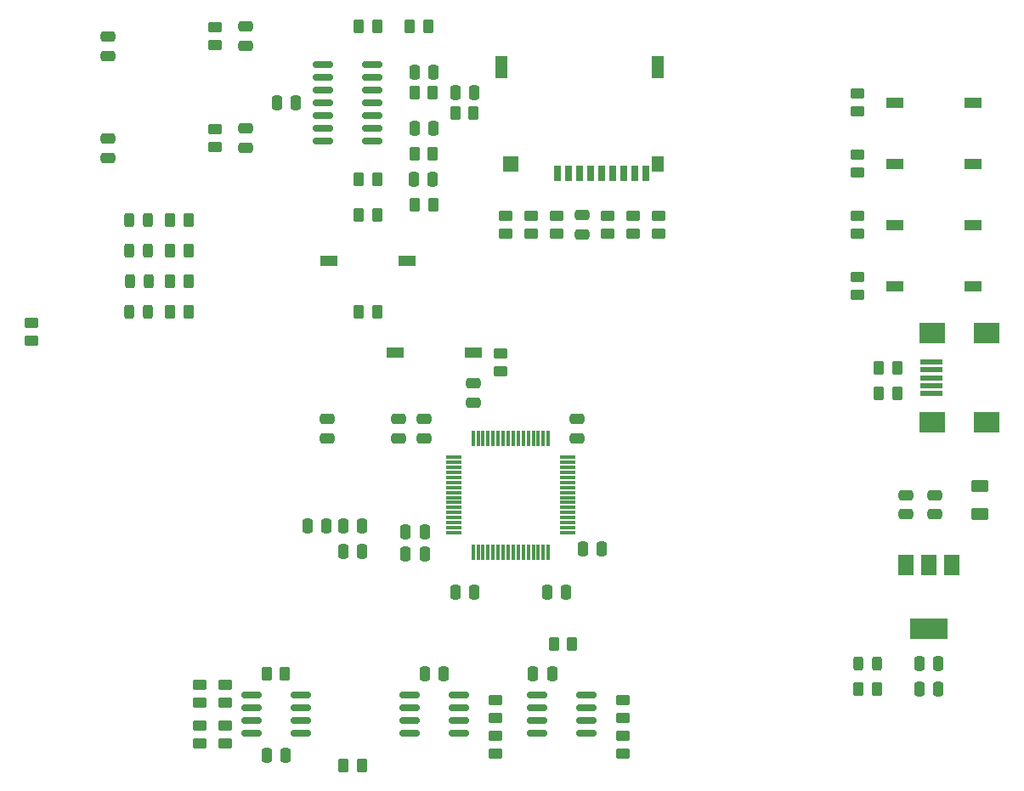
<source format=gbr>
%TF.GenerationSoftware,KiCad,Pcbnew,(6.0.7)*%
%TF.CreationDate,2022-10-04T16:49:08-03:00*%
%TF.ProjectId,Placa_Desenvolvimento_NuttX,506c6163-615f-4446-9573-656e766f6c76,rev?*%
%TF.SameCoordinates,Original*%
%TF.FileFunction,Paste,Top*%
%TF.FilePolarity,Positive*%
%FSLAX46Y46*%
G04 Gerber Fmt 4.6, Leading zero omitted, Abs format (unit mm)*
G04 Created by KiCad (PCBNEW (6.0.7)) date 2022-10-04 16:49:08*
%MOMM*%
%LPD*%
G01*
G04 APERTURE LIST*
G04 Aperture macros list*
%AMRoundRect*
0 Rectangle with rounded corners*
0 $1 Rounding radius*
0 $2 $3 $4 $5 $6 $7 $8 $9 X,Y pos of 4 corners*
0 Add a 4 corners polygon primitive as box body*
4,1,4,$2,$3,$4,$5,$6,$7,$8,$9,$2,$3,0*
0 Add four circle primitives for the rounded corners*
1,1,$1+$1,$2,$3*
1,1,$1+$1,$4,$5*
1,1,$1+$1,$6,$7*
1,1,$1+$1,$8,$9*
0 Add four rect primitives between the rounded corners*
20,1,$1+$1,$2,$3,$4,$5,0*
20,1,$1+$1,$4,$5,$6,$7,0*
20,1,$1+$1,$6,$7,$8,$9,0*
20,1,$1+$1,$8,$9,$2,$3,0*%
G04 Aperture macros list end*
%ADD10RoundRect,0.250000X0.475000X-0.250000X0.475000X0.250000X-0.475000X0.250000X-0.475000X-0.250000X0*%
%ADD11RoundRect,0.250000X0.262500X0.450000X-0.262500X0.450000X-0.262500X-0.450000X0.262500X-0.450000X0*%
%ADD12RoundRect,0.250000X-0.450000X0.262500X-0.450000X-0.262500X0.450000X-0.262500X0.450000X0.262500X0*%
%ADD13R,1.750000X1.000000*%
%ADD14RoundRect,0.250000X0.450000X-0.262500X0.450000X0.262500X-0.450000X0.262500X-0.450000X-0.262500X0*%
%ADD15RoundRect,0.250000X-0.250000X-0.475000X0.250000X-0.475000X0.250000X0.475000X-0.250000X0.475000X0*%
%ADD16RoundRect,0.150000X0.825000X0.150000X-0.825000X0.150000X-0.825000X-0.150000X0.825000X-0.150000X0*%
%ADD17RoundRect,0.250000X0.250000X0.475000X-0.250000X0.475000X-0.250000X-0.475000X0.250000X-0.475000X0*%
%ADD18R,1.500000X2.000000*%
%ADD19R,3.800000X2.000000*%
%ADD20RoundRect,0.250000X-0.262500X-0.450000X0.262500X-0.450000X0.262500X0.450000X-0.262500X0.450000X0*%
%ADD21RoundRect,0.250000X-0.475000X0.250000X-0.475000X-0.250000X0.475000X-0.250000X0.475000X0.250000X0*%
%ADD22RoundRect,0.243750X-0.243750X-0.456250X0.243750X-0.456250X0.243750X0.456250X-0.243750X0.456250X0*%
%ADD23RoundRect,0.150000X-0.825000X-0.150000X0.825000X-0.150000X0.825000X0.150000X-0.825000X0.150000X0*%
%ADD24R,2.250000X0.500000*%
%ADD25R,2.500000X2.000000*%
%ADD26RoundRect,0.243750X0.243750X0.456250X-0.243750X0.456250X-0.243750X-0.456250X0.243750X-0.456250X0*%
%ADD27RoundRect,0.075000X-0.700000X-0.075000X0.700000X-0.075000X0.700000X0.075000X-0.700000X0.075000X0*%
%ADD28RoundRect,0.075000X-0.075000X-0.700000X0.075000X-0.700000X0.075000X0.700000X-0.075000X0.700000X0*%
%ADD29RoundRect,0.250000X-0.625000X0.375000X-0.625000X-0.375000X0.625000X-0.375000X0.625000X0.375000X0*%
%ADD30R,0.700000X1.600000*%
%ADD31R,1.200000X1.500000*%
%ADD32R,1.200000X2.200000*%
%ADD33R,1.600000X1.500000*%
G04 APERTURE END LIST*
D10*
%TO.C,C4*%
X157480000Y-107630000D03*
X157480000Y-105730000D03*
%TD*%
D11*
%TO.C,R15*%
X118788500Y-94996000D03*
X116963500Y-94996000D03*
%TD*%
D12*
%TO.C,R21*%
X149352000Y-133707500D03*
X149352000Y-135532500D03*
%TD*%
D13*
%TO.C,SW5*%
X196915000Y-80264000D03*
X189165000Y-80264000D03*
%TD*%
D14*
%TO.C,R20*%
X149352000Y-139088500D03*
X149352000Y-137263500D03*
%TD*%
D15*
%TO.C,C29*%
X145354000Y-73152000D03*
X147254000Y-73152000D03*
%TD*%
D12*
%TO.C,R9*%
X163068000Y-85447500D03*
X163068000Y-87272500D03*
%TD*%
D11*
%TO.C,R33*%
X136040500Y-140208000D03*
X134215500Y-140208000D03*
%TD*%
D16*
%TO.C,U6*%
X158431000Y-137033000D03*
X158431000Y-135763000D03*
X158431000Y-134493000D03*
X158431000Y-133223000D03*
X153481000Y-133223000D03*
X153481000Y-134493000D03*
X153481000Y-135763000D03*
X153481000Y-137033000D03*
%TD*%
D14*
%TO.C,R19*%
X185420000Y-75080500D03*
X185420000Y-73255500D03*
%TD*%
D17*
%TO.C,C2*%
X147254000Y-122936000D03*
X145354000Y-122936000D03*
%TD*%
D15*
%TO.C,C30*%
X141290000Y-71120000D03*
X143190000Y-71120000D03*
%TD*%
D11*
%TO.C,R11*%
X187348500Y-132588000D03*
X185523500Y-132588000D03*
%TD*%
D12*
%TO.C,R8*%
X160528000Y-85447500D03*
X160528000Y-87272500D03*
%TD*%
D17*
%TO.C,C25*%
X143115000Y-81788000D03*
X141215000Y-81788000D03*
%TD*%
D12*
%TO.C,R32*%
X122428000Y-132183500D03*
X122428000Y-134008500D03*
%TD*%
D17*
%TO.C,C12*%
X142301000Y-116967000D03*
X140401000Y-116967000D03*
%TD*%
D18*
%TO.C,U1*%
X194832000Y-120294000D03*
X192532000Y-120294000D03*
D19*
X192532000Y-126594000D03*
D18*
X190232000Y-120294000D03*
%TD*%
D17*
%TO.C,C15*%
X136078000Y-116332000D03*
X134178000Y-116332000D03*
%TD*%
D12*
%TO.C,R24*%
X121412000Y-76811500D03*
X121412000Y-78636500D03*
%TD*%
D17*
%TO.C,C13*%
X142301000Y-119126000D03*
X140401000Y-119126000D03*
%TD*%
D14*
%TO.C,R17*%
X185420000Y-87272500D03*
X185420000Y-85447500D03*
%TD*%
%TO.C,R34*%
X119888000Y-134008500D03*
X119888000Y-132183500D03*
%TD*%
D13*
%TO.C,SW4*%
X196915000Y-86360000D03*
X189165000Y-86360000D03*
%TD*%
D17*
%TO.C,C24*%
X155001000Y-131064000D03*
X153101000Y-131064000D03*
%TD*%
D11*
%TO.C,R13*%
X118768500Y-88900000D03*
X116943500Y-88900000D03*
%TD*%
D10*
%TO.C,C6*%
X193101000Y-115192000D03*
X193101000Y-113292000D03*
%TD*%
D15*
%TO.C,C26*%
X141290000Y-76708000D03*
X143190000Y-76708000D03*
%TD*%
D20*
%TO.C,R31*%
X135739500Y-85344000D03*
X137564500Y-85344000D03*
%TD*%
D10*
%TO.C,C18*%
X132588000Y-107630000D03*
X132588000Y-105730000D03*
%TD*%
D14*
%TO.C,R25*%
X162052000Y-139088500D03*
X162052000Y-137263500D03*
%TD*%
D11*
%TO.C,R3*%
X189380500Y-100650000D03*
X187555500Y-100650000D03*
%TD*%
%TO.C,R28*%
X137564500Y-81788000D03*
X135739500Y-81788000D03*
%TD*%
D15*
%TO.C,C9*%
X191582000Y-132588000D03*
X193482000Y-132588000D03*
%TD*%
D12*
%TO.C,R26*%
X162052000Y-133707500D03*
X162052000Y-135532500D03*
%TD*%
D13*
%TO.C,SW2*%
X140527000Y-89916000D03*
X132777000Y-89916000D03*
%TD*%
D12*
%TO.C,R7*%
X152908000Y-85447500D03*
X152908000Y-87272500D03*
%TD*%
D10*
%TO.C,C5*%
X147126000Y-104074000D03*
X147126000Y-102174000D03*
%TD*%
D14*
%TO.C,R41*%
X103124000Y-97940500D03*
X103124000Y-96115500D03*
%TD*%
D11*
%TO.C,R2*%
X189380500Y-103190000D03*
X187555500Y-103190000D03*
%TD*%
D21*
%TO.C,C16*%
X157988000Y-85410000D03*
X157988000Y-87310000D03*
%TD*%
D12*
%TO.C,R5*%
X165608000Y-85447500D03*
X165608000Y-87272500D03*
%TD*%
D22*
%TO.C,LD3*%
X112933000Y-91948000D03*
X114808000Y-91948000D03*
%TD*%
D15*
%TO.C,C28*%
X126558000Y-139192000D03*
X128458000Y-139192000D03*
%TD*%
D11*
%TO.C,R39*%
X128397000Y-131064000D03*
X126572000Y-131064000D03*
%TD*%
D12*
%TO.C,R6*%
X150368000Y-85447500D03*
X150368000Y-87272500D03*
%TD*%
D11*
%TO.C,R12*%
X118768500Y-85852000D03*
X116943500Y-85852000D03*
%TD*%
%TO.C,R14*%
X118768500Y-91948000D03*
X116943500Y-91948000D03*
%TD*%
D20*
%TO.C,R37*%
X140819500Y-66548000D03*
X142644500Y-66548000D03*
%TD*%
D15*
%TO.C,C11*%
X154498000Y-122936000D03*
X156398000Y-122936000D03*
%TD*%
D23*
%TO.C,U4*%
X140781000Y-133223000D03*
X140781000Y-134493000D03*
X140781000Y-135763000D03*
X140781000Y-137033000D03*
X145731000Y-137033000D03*
X145731000Y-135763000D03*
X145731000Y-134493000D03*
X145731000Y-133223000D03*
%TD*%
D10*
%TO.C,C1*%
X142240000Y-107609000D03*
X142240000Y-105709000D03*
%TD*%
D17*
%TO.C,C19*%
X144206000Y-131064000D03*
X142306000Y-131064000D03*
%TD*%
D20*
%TO.C,R27*%
X155170500Y-128143000D03*
X156995500Y-128143000D03*
%TD*%
D11*
%TO.C,R30*%
X143115000Y-79248000D03*
X141290000Y-79248000D03*
%TD*%
D10*
%TO.C,C17*%
X139700000Y-107630000D03*
X139700000Y-105730000D03*
%TD*%
D24*
%TO.C,CN1*%
X192755000Y-103200000D03*
X192755000Y-102400000D03*
X192755000Y-101600000D03*
X192755000Y-100800000D03*
X192755000Y-100000000D03*
D25*
X198330000Y-97150000D03*
X192880000Y-97150000D03*
X192880000Y-106050000D03*
X198330000Y-106050000D03*
%TD*%
D12*
%TO.C,R22*%
X121412000Y-66651500D03*
X121412000Y-68476500D03*
%TD*%
D15*
%TO.C,C8*%
X191582000Y-130048000D03*
X193482000Y-130048000D03*
%TD*%
D22*
%TO.C,LD2*%
X112854500Y-88900000D03*
X114729500Y-88900000D03*
%TD*%
D14*
%TO.C,R4*%
X149860000Y-100988500D03*
X149860000Y-99163500D03*
%TD*%
D13*
%TO.C,SW3*%
X196915000Y-92456000D03*
X189165000Y-92456000D03*
%TD*%
D10*
%TO.C,C22*%
X110744000Y-79690000D03*
X110744000Y-77790000D03*
%TD*%
%TO.C,C21*%
X124460000Y-68514000D03*
X124460000Y-66614000D03*
%TD*%
D23*
%TO.C,U5*%
X132145000Y-70358000D03*
X132145000Y-71628000D03*
X132145000Y-72898000D03*
X132145000Y-74168000D03*
X132145000Y-75438000D03*
X132145000Y-76708000D03*
X132145000Y-77978000D03*
X137095000Y-77978000D03*
X137095000Y-76708000D03*
X137095000Y-75438000D03*
X137095000Y-74168000D03*
X137095000Y-72898000D03*
X137095000Y-71628000D03*
X137095000Y-70358000D03*
%TD*%
D15*
%TO.C,C10*%
X134178000Y-118872000D03*
X136078000Y-118872000D03*
%TD*%
D11*
%TO.C,R1*%
X137564500Y-94996000D03*
X135739500Y-94996000D03*
%TD*%
D13*
%TO.C,SW6*%
X196915000Y-74168000D03*
X189165000Y-74168000D03*
%TD*%
D11*
%TO.C,R36*%
X143115000Y-73152000D03*
X141290000Y-73152000D03*
%TD*%
D14*
%TO.C,R16*%
X185420000Y-93368500D03*
X185420000Y-91543500D03*
%TD*%
D11*
%TO.C,R29*%
X143152500Y-84328000D03*
X141327500Y-84328000D03*
%TD*%
D17*
%TO.C,C14*%
X132522000Y-116332000D03*
X130622000Y-116332000D03*
%TD*%
D26*
%TO.C,LD5*%
X187398500Y-130048000D03*
X185523500Y-130048000D03*
%TD*%
D14*
%TO.C,R18*%
X185420000Y-81176500D03*
X185420000Y-79351500D03*
%TD*%
D11*
%TO.C,R35*%
X147179000Y-75184000D03*
X145354000Y-75184000D03*
%TD*%
D12*
%TO.C,R38*%
X119888000Y-136247500D03*
X119888000Y-138072500D03*
%TD*%
D27*
%TO.C,U3*%
X145201000Y-109534000D03*
X145201000Y-110034000D03*
X145201000Y-110534000D03*
X145201000Y-111034000D03*
X145201000Y-111534000D03*
X145201000Y-112034000D03*
X145201000Y-112534000D03*
X145201000Y-113034000D03*
X145201000Y-113534000D03*
X145201000Y-114034000D03*
X145201000Y-114534000D03*
X145201000Y-115034000D03*
X145201000Y-115534000D03*
X145201000Y-116034000D03*
X145201000Y-116534000D03*
X145201000Y-117034000D03*
D28*
X147126000Y-118959000D03*
X147626000Y-118959000D03*
X148126000Y-118959000D03*
X148626000Y-118959000D03*
X149126000Y-118959000D03*
X149626000Y-118959000D03*
X150126000Y-118959000D03*
X150626000Y-118959000D03*
X151126000Y-118959000D03*
X151626000Y-118959000D03*
X152126000Y-118959000D03*
X152626000Y-118959000D03*
X153126000Y-118959000D03*
X153626000Y-118959000D03*
X154126000Y-118959000D03*
X154626000Y-118959000D03*
D27*
X156551000Y-117034000D03*
X156551000Y-116534000D03*
X156551000Y-116034000D03*
X156551000Y-115534000D03*
X156551000Y-115034000D03*
X156551000Y-114534000D03*
X156551000Y-114034000D03*
X156551000Y-113534000D03*
X156551000Y-113034000D03*
X156551000Y-112534000D03*
X156551000Y-112034000D03*
X156551000Y-111534000D03*
X156551000Y-111034000D03*
X156551000Y-110534000D03*
X156551000Y-110034000D03*
X156551000Y-109534000D03*
D28*
X154626000Y-107609000D03*
X154126000Y-107609000D03*
X153626000Y-107609000D03*
X153126000Y-107609000D03*
X152626000Y-107609000D03*
X152126000Y-107609000D03*
X151626000Y-107609000D03*
X151126000Y-107609000D03*
X150626000Y-107609000D03*
X150126000Y-107609000D03*
X149626000Y-107609000D03*
X149126000Y-107609000D03*
X148626000Y-107609000D03*
X148126000Y-107609000D03*
X147626000Y-107609000D03*
X147126000Y-107609000D03*
%TD*%
D15*
%TO.C,C3*%
X158054000Y-118618000D03*
X159954000Y-118618000D03*
%TD*%
D22*
%TO.C,LD4*%
X112854500Y-94996000D03*
X114729500Y-94996000D03*
%TD*%
D10*
%TO.C,C20*%
X110744000Y-69530000D03*
X110744000Y-67630000D03*
%TD*%
D12*
%TO.C,R10*%
X155448000Y-85447500D03*
X155448000Y-87272500D03*
%TD*%
D17*
%TO.C,C27*%
X129474000Y-74168000D03*
X127574000Y-74168000D03*
%TD*%
D10*
%TO.C,C7*%
X190232000Y-115192000D03*
X190232000Y-113292000D03*
%TD*%
D16*
%TO.C,U7*%
X129983000Y-137033000D03*
X129983000Y-135763000D03*
X129983000Y-134493000D03*
X129983000Y-133223000D03*
X125033000Y-133223000D03*
X125033000Y-134493000D03*
X125033000Y-135763000D03*
X125033000Y-137033000D03*
%TD*%
D29*
%TO.C,F1*%
X197612000Y-112392000D03*
X197612000Y-115192000D03*
%TD*%
D30*
%TO.C,CN3*%
X155538000Y-81260000D03*
X156638000Y-81260000D03*
X157738000Y-81260000D03*
X158838000Y-81260000D03*
X159938000Y-81260000D03*
X161038000Y-81260000D03*
X162138000Y-81260000D03*
X163238000Y-81260000D03*
D31*
X165538000Y-80260000D03*
D32*
X165538000Y-70660000D03*
X149988000Y-70660000D03*
D33*
X150888000Y-80260000D03*
D30*
X164338000Y-81260000D03*
%TD*%
D13*
%TO.C,SW1*%
X147131000Y-99060000D03*
X139381000Y-99060000D03*
%TD*%
D22*
%TO.C,LD1*%
X112854500Y-85852000D03*
X114729500Y-85852000D03*
%TD*%
D12*
%TO.C,R40*%
X122428000Y-136247500D03*
X122428000Y-138072500D03*
%TD*%
D10*
%TO.C,C23*%
X124460000Y-78674000D03*
X124460000Y-76774000D03*
%TD*%
D11*
%TO.C,R23*%
X137564500Y-66548000D03*
X135739500Y-66548000D03*
%TD*%
M02*

</source>
